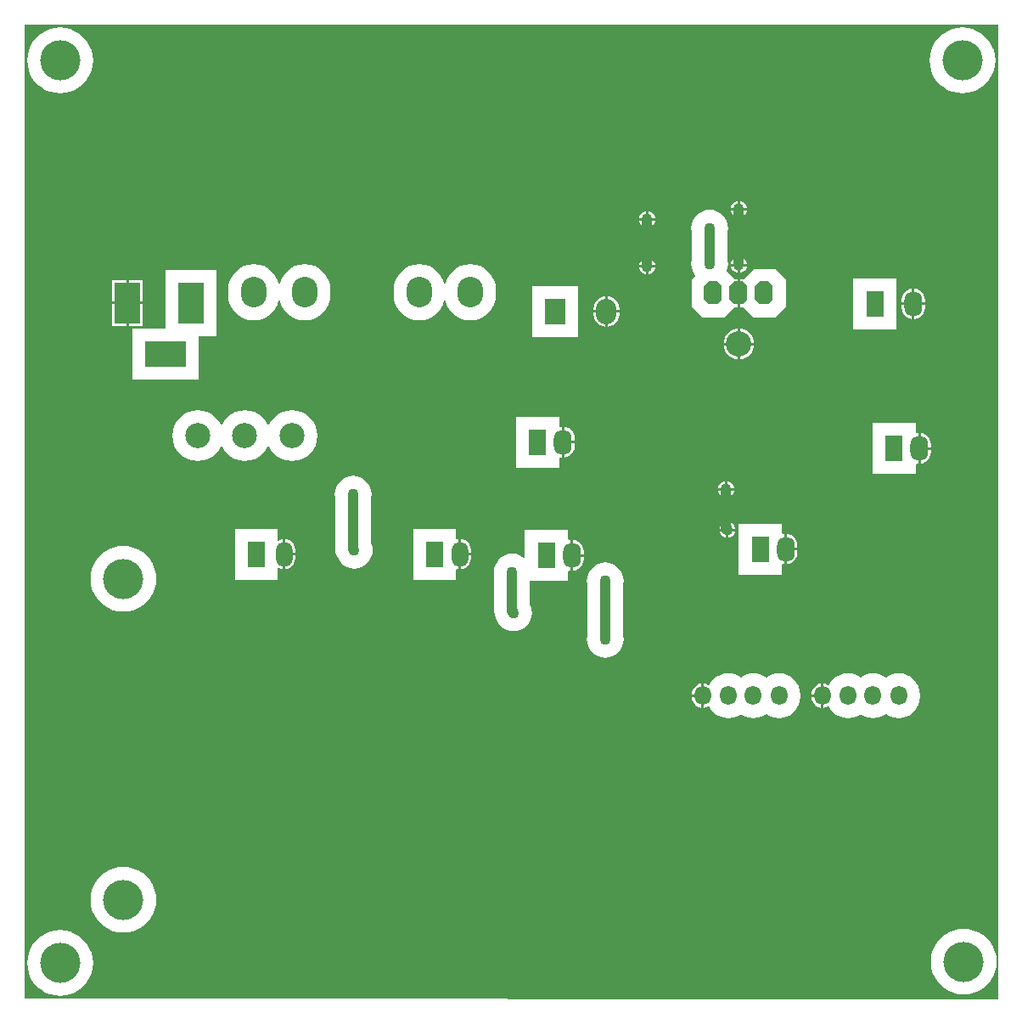
<source format=gbl>
G04*
G04 #@! TF.GenerationSoftware,Altium Limited,Altium Designer,18.0.7 (293)*
G04*
G04 Layer_Physical_Order=2*
G04 Layer_Color=255*
%FSLAX44Y44*%
%MOMM*%
G71*
G01*
G75*
%ADD41C,1.0000*%
%ADD42C,4.0000*%
%ADD43C,2.5000*%
%ADD44R,1.7780X2.5400*%
%ADD45O,1.7780X2.5400*%
%ADD46R,1.6510X2.5400*%
%ADD47O,1.6510X2.5400*%
G04:AMPARAMS|DCode=48|XSize=1.778mm|YSize=2.286mm|CornerRadius=0mm|HoleSize=0mm|Usage=FLASHONLY|Rotation=180.000|XOffset=0mm|YOffset=0mm|HoleType=Round|Shape=Octagon|*
%AMOCTAGOND48*
4,1,8,0.4445,-1.1430,-0.4445,-1.1430,-0.8890,-0.6985,-0.8890,0.6985,-0.4445,1.1430,0.4445,1.1430,0.8890,0.6985,0.8890,-0.6985,0.4445,-1.1430,0.0*
%
%ADD48OCTAGOND48*%

%ADD49C,2.5400*%
%ADD50O,1.6510X1.9050*%
%ADD51R,4.0640X2.5400*%
%ADD52R,2.5400X4.0640*%
%ADD53O,2.5400X3.0480*%
%ADD54O,2.0320X2.5400*%
%ADD55R,2.0320X2.5400*%
%ADD56C,1.1000*%
G36*
X985677Y14341D02*
X984779Y13443D01*
X14323Y14310D01*
X14323Y985677D01*
X985677D01*
Y14341D01*
D02*
G37*
%LPC*%
G36*
X950000Y982801D02*
X944869Y982397D01*
X939864Y981196D01*
X935109Y979226D01*
X930720Y976537D01*
X926806Y973194D01*
X923463Y969280D01*
X920774Y964891D01*
X918804Y960136D01*
X917603Y955131D01*
X917199Y950000D01*
X917603Y944869D01*
X918804Y939864D01*
X920774Y935109D01*
X923463Y930720D01*
X926806Y926806D01*
X930720Y923463D01*
X935109Y920774D01*
X939864Y918804D01*
X944869Y917603D01*
X950000Y917199D01*
X955131Y917603D01*
X960136Y918804D01*
X964891Y920774D01*
X969280Y923463D01*
X973194Y926806D01*
X976537Y930720D01*
X979226Y935109D01*
X981196Y939864D01*
X982397Y944869D01*
X982801Y950000D01*
X982397Y955131D01*
X981196Y960136D01*
X979226Y964891D01*
X976537Y969280D01*
X973194Y973194D01*
X969280Y976537D01*
X964891Y979226D01*
X960136Y981196D01*
X955131Y982397D01*
X950000Y982801D01*
D02*
G37*
G36*
X50000D02*
X44869Y982397D01*
X39864Y981196D01*
X35109Y979226D01*
X30720Y976537D01*
X26806Y973194D01*
X23463Y969280D01*
X20774Y964891D01*
X18804Y960136D01*
X17603Y955131D01*
X17199Y950000D01*
X17603Y944869D01*
X18804Y939864D01*
X20774Y935109D01*
X23463Y930720D01*
X26806Y926806D01*
X30720Y923463D01*
X35109Y920774D01*
X39864Y918804D01*
X44869Y917603D01*
X50000Y917199D01*
X55131Y917603D01*
X60136Y918804D01*
X64891Y920774D01*
X69280Y923463D01*
X73194Y926806D01*
X76537Y930720D01*
X79226Y935109D01*
X81196Y939864D01*
X82397Y944869D01*
X82801Y950000D01*
X82397Y955131D01*
X81196Y960136D01*
X79226Y964891D01*
X76537Y969280D01*
X73194Y973194D01*
X69280Y976537D01*
X64891Y979226D01*
X60136Y981196D01*
X55131Y982397D01*
X50000Y982801D01*
D02*
G37*
G36*
X728310Y809799D02*
Y803127D01*
X734982D01*
X734873Y803956D01*
X734063Y805911D01*
X732774Y807591D01*
X731095Y808880D01*
X729139Y809690D01*
X728310Y809799D01*
D02*
G37*
G36*
X725770D02*
X724941Y809690D01*
X722985Y808880D01*
X721306Y807591D01*
X720017Y805911D01*
X719207Y803956D01*
X719098Y803127D01*
X725770D01*
Y809799D01*
D02*
G37*
G36*
X734982Y800587D02*
X728310D01*
Y793915D01*
X729139Y794024D01*
X731095Y794834D01*
X732774Y796123D01*
X734063Y797802D01*
X734873Y799758D01*
X734982Y800587D01*
D02*
G37*
G36*
X725770D02*
X719098D01*
X719207Y799758D01*
X720017Y797802D01*
X721306Y796123D01*
X722985Y794834D01*
X724941Y794024D01*
X725770Y793915D01*
Y800587D01*
D02*
G37*
G36*
X636870Y799639D02*
Y792967D01*
X643542D01*
X643433Y793796D01*
X642623Y795751D01*
X641334Y797431D01*
X639655Y798720D01*
X637699Y799530D01*
X636870Y799639D01*
D02*
G37*
G36*
X634330D02*
X633501Y799530D01*
X631545Y798720D01*
X629866Y797431D01*
X628577Y795751D01*
X627767Y793796D01*
X627658Y792967D01*
X634330D01*
Y799639D01*
D02*
G37*
G36*
X643542Y790427D02*
X636870D01*
Y783755D01*
X637699Y783864D01*
X639655Y784674D01*
X641334Y785963D01*
X642623Y787642D01*
X643433Y789598D01*
X643542Y790427D01*
D02*
G37*
G36*
X634330D02*
X627658D01*
X627767Y789598D01*
X628577Y787642D01*
X629866Y785963D01*
X631545Y784674D01*
X633501Y783864D01*
X634330Y783755D01*
Y790427D01*
D02*
G37*
G36*
X728310Y753919D02*
Y747247D01*
X734982D01*
X734873Y748076D01*
X734063Y750032D01*
X732774Y751711D01*
X731095Y753000D01*
X729139Y753810D01*
X728310Y753919D01*
D02*
G37*
G36*
X725770D02*
X724941Y753810D01*
X722985Y753000D01*
X721306Y751711D01*
X720017Y750032D01*
X719207Y748076D01*
X719098Y747247D01*
X725770D01*
Y753919D01*
D02*
G37*
G36*
X636870Y752649D02*
Y745977D01*
X643542D01*
X643433Y746806D01*
X642623Y748762D01*
X641334Y750441D01*
X639655Y751730D01*
X637699Y752540D01*
X636870Y752649D01*
D02*
G37*
G36*
X634330D02*
X633501Y752540D01*
X631545Y751730D01*
X629866Y750441D01*
X628577Y748762D01*
X627767Y746806D01*
X627658Y745977D01*
X634330D01*
Y752649D01*
D02*
G37*
G36*
X734982Y744707D02*
X728310D01*
Y738035D01*
X729139Y738144D01*
X731095Y738954D01*
X732774Y740243D01*
X734063Y741922D01*
X734873Y743878D01*
X734982Y744707D01*
D02*
G37*
G36*
X725770D02*
X719098D01*
X719207Y743878D01*
X720017Y741922D01*
X721306Y740243D01*
X722985Y738954D01*
X724941Y738144D01*
X725770Y738035D01*
Y744707D01*
D02*
G37*
G36*
X643542Y743437D02*
X636870D01*
Y736765D01*
X637699Y736874D01*
X639655Y737684D01*
X641334Y738973D01*
X642623Y740652D01*
X643433Y742608D01*
X643542Y743437D01*
D02*
G37*
G36*
X634330D02*
X627658D01*
X627767Y742608D01*
X628577Y740652D01*
X629866Y738973D01*
X631545Y737684D01*
X633501Y736874D01*
X634330Y736765D01*
Y743437D01*
D02*
G37*
G36*
X459070Y746735D02*
X454091Y746244D01*
X449303Y744792D01*
X444890Y742433D01*
X441022Y739259D01*
X437848Y735392D01*
X435490Y730979D01*
X434333Y727167D01*
X433006D01*
X431850Y730979D01*
X429491Y735392D01*
X426317Y739259D01*
X422450Y742433D01*
X418037Y744792D01*
X413249Y746244D01*
X408270Y746735D01*
X403291Y746244D01*
X398503Y744792D01*
X394090Y742433D01*
X390223Y739259D01*
X387048Y735392D01*
X384690Y730979D01*
X383237Y726191D01*
X382747Y721212D01*
Y716132D01*
X383237Y711152D01*
X384690Y706365D01*
X387048Y701952D01*
X390223Y698084D01*
X394090Y694910D01*
X398503Y692552D01*
X403291Y691099D01*
X408270Y690609D01*
X413249Y691099D01*
X418037Y692552D01*
X422450Y694910D01*
X426317Y698084D01*
X429491Y701952D01*
X431850Y706365D01*
X433006Y710176D01*
X434333D01*
X435490Y706365D01*
X437848Y701952D01*
X441022Y698084D01*
X444890Y694910D01*
X449303Y692552D01*
X454091Y691099D01*
X459070Y690609D01*
X464049Y691099D01*
X468837Y692552D01*
X473250Y694910D01*
X477117Y698084D01*
X480291Y701952D01*
X482650Y706365D01*
X484102Y711152D01*
X484593Y716132D01*
Y721212D01*
X484102Y726191D01*
X482650Y730979D01*
X480291Y735392D01*
X477117Y739259D01*
X473250Y742433D01*
X468837Y744792D01*
X464049Y746244D01*
X459070Y746735D01*
D02*
G37*
G36*
X293970D02*
X288991Y746244D01*
X284203Y744792D01*
X279790Y742433D01*
X275923Y739259D01*
X272748Y735392D01*
X270390Y730979D01*
X269233Y727167D01*
X267906D01*
X266750Y730979D01*
X264391Y735392D01*
X261217Y739259D01*
X257350Y742433D01*
X252937Y744792D01*
X248149Y746244D01*
X243170Y746735D01*
X238191Y746244D01*
X233403Y744792D01*
X228990Y742433D01*
X225123Y739259D01*
X221948Y735392D01*
X219590Y730979D01*
X218137Y726191D01*
X217647Y721212D01*
Y716132D01*
X218137Y711152D01*
X219590Y706365D01*
X221948Y701952D01*
X225123Y698084D01*
X228990Y694910D01*
X233403Y692552D01*
X238191Y691099D01*
X243170Y690609D01*
X248149Y691099D01*
X252937Y692552D01*
X257350Y694910D01*
X261217Y698084D01*
X264391Y701952D01*
X266750Y706365D01*
X267906Y710176D01*
X269233D01*
X270390Y706365D01*
X272748Y701952D01*
X275923Y698084D01*
X279790Y694910D01*
X284203Y692552D01*
X288991Y691099D01*
X293970Y690609D01*
X298949Y691099D01*
X303737Y692552D01*
X308150Y694910D01*
X312017Y698084D01*
X315191Y701952D01*
X317550Y706365D01*
X319002Y711152D01*
X319493Y716132D01*
Y721212D01*
X319002Y726191D01*
X317550Y730979D01*
X315191Y735392D01*
X312017Y739259D01*
X308150Y742433D01*
X303737Y744792D01*
X298949Y746244D01*
X293970Y746735D01*
D02*
G37*
G36*
X132680Y731216D02*
X118710D01*
Y709625D01*
X132680D01*
Y731216D01*
D02*
G37*
G36*
X116170D02*
X102200D01*
Y709625D01*
X116170D01*
Y731216D01*
D02*
G37*
G36*
X902300Y722413D02*
Y708512D01*
X912559D01*
Y711052D01*
X912166Y714036D01*
X911014Y716816D01*
X909182Y719204D01*
X906794Y721036D01*
X904014Y722188D01*
X902300Y722413D01*
D02*
G37*
G36*
X899760D02*
X898046Y722188D01*
X895266Y721036D01*
X892878Y719204D01*
X891046Y716816D01*
X889894Y714036D01*
X889501Y711052D01*
Y708512D01*
X899760D01*
Y722413D01*
D02*
G37*
G36*
X596230Y714804D02*
Y700892D01*
X607769D01*
Y702162D01*
X607333Y705477D01*
X606053Y708567D01*
X604018Y711219D01*
X601365Y713255D01*
X598275Y714535D01*
X596230Y714804D01*
D02*
G37*
G36*
X593690D02*
X591645Y714535D01*
X588555Y713255D01*
X585902Y711219D01*
X583866Y708567D01*
X582587Y705477D01*
X582150Y702162D01*
Y700892D01*
X593690D01*
Y714804D01*
D02*
G37*
G36*
X763235Y742167D02*
X741645D01*
X731485Y732007D01*
X728310D01*
Y718037D01*
Y704067D01*
X731485D01*
X741645Y693907D01*
X763235D01*
X774030Y704702D01*
Y731372D01*
X763235Y742167D01*
D02*
G37*
G36*
X697830Y801095D02*
X694262Y800743D01*
X690831Y799703D01*
X687670Y798013D01*
X684898Y795738D01*
X682624Y792967D01*
X680934Y789805D01*
X679893Y786375D01*
X679542Y782807D01*
X679893Y779239D01*
X680044Y778741D01*
Y751312D01*
X679893Y750815D01*
X679542Y747247D01*
X679893Y743679D01*
X680934Y740248D01*
X682624Y737086D01*
X684040Y735361D01*
X680050Y731372D01*
Y704702D01*
X690845Y693907D01*
X712435D01*
X722595Y704067D01*
X725770D01*
Y718037D01*
Y732007D01*
X722595D01*
X714596Y740006D01*
X714726Y740248D01*
X715767Y743679D01*
X716118Y747247D01*
X715767Y750815D01*
X715615Y751312D01*
Y778741D01*
X715767Y779239D01*
X716118Y782807D01*
X715767Y786375D01*
X714726Y789805D01*
X713036Y792967D01*
X710761Y795738D01*
X707990Y798013D01*
X704828Y799703D01*
X701398Y800743D01*
X697830Y801095D01*
D02*
G37*
G36*
X912559Y705972D02*
X902300D01*
Y692070D01*
X904014Y692296D01*
X906794Y693448D01*
X909182Y695280D01*
X911014Y697667D01*
X912166Y700448D01*
X912559Y703432D01*
Y705972D01*
D02*
G37*
G36*
X899760D02*
X889501D01*
Y703432D01*
X889894Y700448D01*
X891046Y697667D01*
X892878Y695280D01*
X895266Y693448D01*
X898046Y692296D01*
X899760Y692070D01*
Y705972D01*
D02*
G37*
G36*
X132680Y707085D02*
X118710D01*
Y685496D01*
X132680D01*
Y707085D01*
D02*
G37*
G36*
X116170D02*
X102200D01*
Y685496D01*
X116170D01*
Y707085D01*
D02*
G37*
G36*
X607769Y698352D02*
X596230D01*
Y684439D01*
X598275Y684709D01*
X601365Y685988D01*
X604018Y688024D01*
X606053Y690677D01*
X607333Y693766D01*
X607769Y697082D01*
Y698352D01*
D02*
G37*
G36*
X593690D02*
X582150D01*
Y697082D01*
X582587Y693766D01*
X583866Y690677D01*
X585902Y688024D01*
X588555Y685988D01*
X591645Y684709D01*
X593690Y684439D01*
Y698352D01*
D02*
G37*
G36*
X884520Y732642D02*
X841340D01*
Y681842D01*
X884520D01*
Y732642D01*
D02*
G37*
G36*
X567020Y725022D02*
X521300D01*
Y674222D01*
X567020D01*
Y725022D01*
D02*
G37*
G36*
X728310Y682425D02*
Y668507D01*
X742228D01*
X742059Y670224D01*
X741188Y673097D01*
X739773Y675745D01*
X737868Y678065D01*
X735548Y679970D01*
X732900Y681385D01*
X730027Y682256D01*
X728310Y682425D01*
D02*
G37*
G36*
X725770D02*
X724052Y682256D01*
X721180Y681385D01*
X718532Y679970D01*
X716211Y678065D01*
X714307Y675745D01*
X712892Y673097D01*
X712020Y670224D01*
X711851Y668507D01*
X725770D01*
Y682425D01*
D02*
G37*
G36*
X742228Y665967D02*
X728310D01*
Y652048D01*
X730027Y652217D01*
X732900Y653089D01*
X735548Y654504D01*
X737868Y656408D01*
X739773Y658729D01*
X741188Y661376D01*
X742059Y664249D01*
X742228Y665967D01*
D02*
G37*
G36*
X725770D02*
X711851D01*
X712020Y664249D01*
X712892Y661376D01*
X714307Y658729D01*
X716211Y656408D01*
X718532Y654504D01*
X721180Y653089D01*
X724052Y652217D01*
X725770Y652048D01*
Y665967D01*
D02*
G37*
G36*
X206340Y741376D02*
X155540D01*
Y682955D01*
X122520D01*
Y632155D01*
X188560D01*
Y675335D01*
X206340D01*
Y741376D01*
D02*
G37*
G36*
X281280Y601119D02*
X276340Y600632D01*
X271590Y599191D01*
X267212Y596851D01*
X263375Y593702D01*
X260225Y589865D01*
X258500Y586637D01*
X257060D01*
X255334Y589865D01*
X252185Y593702D01*
X248348Y596851D01*
X243970Y599191D01*
X239220Y600632D01*
X234280Y601119D01*
X229340Y600632D01*
X224590Y599191D01*
X220212Y596851D01*
X216374Y593702D01*
X213225Y589865D01*
X211500Y586637D01*
X210060D01*
X208334Y589865D01*
X205185Y593702D01*
X201348Y596851D01*
X196970Y599191D01*
X192220Y600632D01*
X187280Y601119D01*
X182340Y600632D01*
X177590Y599191D01*
X173212Y596851D01*
X169375Y593702D01*
X166225Y589865D01*
X163885Y585487D01*
X162444Y580737D01*
X161958Y575797D01*
X162444Y570857D01*
X163885Y566106D01*
X166225Y561729D01*
X169375Y557892D01*
X173212Y554742D01*
X177590Y552402D01*
X182340Y550961D01*
X187280Y550475D01*
X192220Y550961D01*
X196970Y552402D01*
X201348Y554742D01*
X205185Y557892D01*
X208334Y561729D01*
X210060Y564957D01*
X211500D01*
X213225Y561729D01*
X216374Y557892D01*
X220212Y554742D01*
X224590Y552402D01*
X229340Y550961D01*
X234280Y550475D01*
X239220Y550961D01*
X243970Y552402D01*
X248348Y554742D01*
X252185Y557892D01*
X255334Y561729D01*
X257060Y564957D01*
X258500D01*
X260225Y561729D01*
X263375Y557892D01*
X267212Y554742D01*
X271590Y552402D01*
X276340Y550961D01*
X281280Y550475D01*
X286220Y550961D01*
X290970Y552402D01*
X295348Y554742D01*
X299185Y557892D01*
X302334Y561729D01*
X304674Y566106D01*
X306115Y570857D01*
X306602Y575797D01*
X306115Y580737D01*
X304674Y585487D01*
X302334Y589865D01*
X299185Y593702D01*
X295348Y596851D01*
X290970Y599191D01*
X286220Y600632D01*
X281280Y601119D01*
D02*
G37*
G36*
X553050Y584618D02*
Y570717D01*
X563308D01*
Y573257D01*
X562916Y576241D01*
X561764Y579021D01*
X559932Y581409D01*
X557544Y583241D01*
X554764Y584393D01*
X553050Y584618D01*
D02*
G37*
G36*
X908248Y578268D02*
Y564367D01*
X918506D01*
Y566907D01*
X918114Y569891D01*
X916962Y572671D01*
X915130Y575059D01*
X912742Y576891D01*
X909962Y578043D01*
X908248Y578268D01*
D02*
G37*
G36*
X563308Y568177D02*
X553050D01*
Y554275D01*
X554764Y554501D01*
X557544Y555653D01*
X559932Y557485D01*
X561764Y559873D01*
X562916Y562653D01*
X563308Y565637D01*
Y568177D01*
D02*
G37*
G36*
X547970Y594847D02*
X504790D01*
Y544047D01*
X547970D01*
Y553623D01*
X549240Y554443D01*
X550510Y554275D01*
Y569447D01*
Y584618D01*
X549240Y584451D01*
X547970Y585271D01*
Y594847D01*
D02*
G37*
G36*
X918506Y561827D02*
X908248D01*
Y547925D01*
X909962Y548151D01*
X912742Y549303D01*
X915130Y551135D01*
X916962Y553522D01*
X918114Y556303D01*
X918506Y559287D01*
Y561827D01*
D02*
G37*
G36*
X903168Y588497D02*
X859988D01*
Y537697D01*
X903168D01*
Y547273D01*
X904438Y548093D01*
X905708Y547925D01*
Y563097D01*
Y578268D01*
X904438Y578101D01*
X903168Y578921D01*
Y588497D01*
D02*
G37*
G36*
X715610Y530399D02*
Y523727D01*
X722282D01*
X722173Y524556D01*
X721363Y526511D01*
X720074Y528191D01*
X718394Y529480D01*
X716439Y530290D01*
X715610Y530399D01*
D02*
G37*
G36*
X713070D02*
X712241Y530290D01*
X710285Y529480D01*
X708606Y528191D01*
X707317Y526511D01*
X706507Y524556D01*
X706398Y523727D01*
X713070D01*
Y530399D01*
D02*
G37*
G36*
X722282Y521187D02*
X715610D01*
Y514515D01*
X716439Y514624D01*
X718394Y515434D01*
X720074Y516723D01*
X721363Y518402D01*
X722173Y520358D01*
X722282Y521187D01*
D02*
G37*
G36*
X713070D02*
X706398D01*
X706507Y520358D01*
X707317Y518402D01*
X708606Y516723D01*
X710285Y515434D01*
X712241Y514624D01*
X713070Y514515D01*
Y521187D01*
D02*
G37*
G36*
X716880Y489759D02*
Y483087D01*
X723552D01*
X723443Y483916D01*
X722633Y485872D01*
X721344Y487551D01*
X719665Y488840D01*
X717709Y489650D01*
X716880Y489759D01*
D02*
G37*
G36*
X714340D02*
X713511Y489650D01*
X711555Y488840D01*
X709876Y487551D01*
X708587Y485872D01*
X707777Y483916D01*
X707668Y483087D01*
X714340D01*
Y489759D01*
D02*
G37*
G36*
X723552Y480547D02*
X716880D01*
Y473875D01*
X717709Y473984D01*
X719665Y474794D01*
X721344Y476083D01*
X722633Y477762D01*
X723443Y479718D01*
X723552Y480547D01*
D02*
G37*
G36*
X714340D02*
X707668D01*
X707777Y479718D01*
X708587Y477762D01*
X709876Y476083D01*
X711555Y474794D01*
X713511Y473984D01*
X714340Y473875D01*
Y480547D01*
D02*
G37*
G36*
X774898Y477989D02*
Y464088D01*
X785156D01*
Y466628D01*
X784764Y469612D01*
X783612Y472392D01*
X781780Y474780D01*
X779392Y476612D01*
X776612Y477764D01*
X774898Y477989D01*
D02*
G37*
G36*
X450180Y472904D02*
Y459008D01*
X459798D01*
Y462183D01*
X459427Y465001D01*
X458339Y467627D01*
X456609Y469882D01*
X454354Y471612D01*
X451728Y472700D01*
X450180Y472904D01*
D02*
G37*
G36*
X274920D02*
Y459008D01*
X284538D01*
Y462183D01*
X284167Y465001D01*
X283079Y467627D01*
X281349Y469882D01*
X279094Y471612D01*
X276468Y472700D01*
X274920Y472904D01*
D02*
G37*
G36*
X561940Y471639D02*
Y457738D01*
X572198D01*
Y460278D01*
X571806Y463262D01*
X570654Y466042D01*
X568822Y468430D01*
X566434Y470262D01*
X563654Y471414D01*
X561940Y471639D01*
D02*
G37*
G36*
X556860Y481868D02*
X513680D01*
Y454514D01*
X512532Y453971D01*
X511140Y455113D01*
X507978Y456803D01*
X504548Y457843D01*
X500980Y458195D01*
X497412Y457843D01*
X493981Y456803D01*
X490820Y455113D01*
X488048Y452838D01*
X485774Y450067D01*
X484084Y446905D01*
X483043Y443475D01*
X482692Y439907D01*
X483043Y436339D01*
X483194Y435841D01*
Y400537D01*
X483536Y397067D01*
X484548Y393731D01*
X486192Y390656D01*
X486261Y390571D01*
X487044Y389106D01*
X489318Y386335D01*
X492090Y384061D01*
X495251Y382371D01*
X498682Y381330D01*
X502250Y380979D01*
X505818Y381330D01*
X509248Y382371D01*
X512410Y384061D01*
X515182Y386335D01*
X517456Y389106D01*
X519146Y392268D01*
X520187Y395699D01*
X520538Y399267D01*
X520187Y402835D01*
X519146Y406265D01*
X518765Y406977D01*
Y431068D01*
X556860D01*
Y440644D01*
X558130Y441464D01*
X559400Y441296D01*
Y456468D01*
Y471639D01*
X558130Y471472D01*
X556860Y472291D01*
Y481868D01*
D02*
G37*
G36*
X785156Y461548D02*
X774898D01*
Y447646D01*
X776612Y447872D01*
X779392Y449024D01*
X781780Y450856D01*
X783612Y453243D01*
X784764Y456024D01*
X785156Y459008D01*
Y461548D01*
D02*
G37*
G36*
X769818Y488218D02*
X726638D01*
Y437418D01*
X769818D01*
Y446994D01*
X771088Y447814D01*
X772358Y447646D01*
Y462818D01*
Y477989D01*
X771088Y477822D01*
X769818Y478642D01*
Y488218D01*
D02*
G37*
G36*
X342230Y535665D02*
X338662Y535313D01*
X335231Y534273D01*
X332070Y532583D01*
X329298Y530308D01*
X327024Y527537D01*
X325334Y524375D01*
X324293Y520945D01*
X323942Y517377D01*
X324293Y513809D01*
X324444Y513311D01*
Y462767D01*
X324786Y459297D01*
X325798Y455961D01*
X327442Y452886D01*
X327511Y452801D01*
X328294Y451337D01*
X330568Y448565D01*
X333340Y446291D01*
X336501Y444601D01*
X339932Y443560D01*
X343500Y443209D01*
X347068Y443560D01*
X350498Y444601D01*
X353660Y446291D01*
X356432Y448565D01*
X358706Y451337D01*
X360396Y454498D01*
X361437Y457929D01*
X361788Y461497D01*
X361437Y465065D01*
X360396Y468495D01*
X360015Y469207D01*
Y513311D01*
X360167Y513809D01*
X360518Y517377D01*
X360167Y520945D01*
X359126Y524375D01*
X357436Y527537D01*
X355162Y530308D01*
X352390Y532583D01*
X349228Y534273D01*
X345798Y535313D01*
X342230Y535665D01*
D02*
G37*
G36*
X459798Y456468D02*
X450180D01*
Y442572D01*
X451728Y442776D01*
X454354Y443863D01*
X456609Y445594D01*
X458339Y447849D01*
X459427Y450475D01*
X459798Y453293D01*
Y456468D01*
D02*
G37*
G36*
X444465Y483138D02*
X402555D01*
Y432338D01*
X444465D01*
Y442307D01*
X445521Y443012D01*
X446092Y442776D01*
X447640Y442572D01*
Y457738D01*
Y472904D01*
X446092Y472700D01*
X445521Y472463D01*
X444465Y473169D01*
Y483138D01*
D02*
G37*
G36*
X284538Y456468D02*
X274920D01*
Y442572D01*
X276468Y442776D01*
X279094Y443863D01*
X281349Y445594D01*
X283079Y447849D01*
X284167Y450475D01*
X284538Y453293D01*
Y456468D01*
D02*
G37*
G36*
X266665Y483138D02*
X224755D01*
Y432338D01*
X266665D01*
Y443610D01*
X267804Y444172D01*
X268206Y443863D01*
X270832Y442776D01*
X272380Y442572D01*
Y457738D01*
Y472904D01*
X270832Y472700D01*
X268206Y471612D01*
X267804Y471304D01*
X266665Y471866D01*
Y483138D01*
D02*
G37*
G36*
X572198Y455198D02*
X561940D01*
Y441296D01*
X563654Y441522D01*
X566434Y442674D01*
X568822Y444506D01*
X570654Y446894D01*
X571806Y449674D01*
X572198Y452658D01*
Y455198D01*
D02*
G37*
G36*
X113030Y465871D02*
X107899Y465467D01*
X102894Y464266D01*
X98139Y462296D01*
X93750Y459607D01*
X89836Y456264D01*
X86493Y452350D01*
X83804Y447961D01*
X81834Y443206D01*
X80633Y438201D01*
X80229Y433070D01*
X80633Y427939D01*
X81834Y422934D01*
X83804Y418179D01*
X86493Y413790D01*
X89836Y409876D01*
X93750Y406533D01*
X98139Y403844D01*
X102894Y401874D01*
X107899Y400673D01*
X113030Y400269D01*
X118161Y400673D01*
X123166Y401874D01*
X127921Y403844D01*
X132310Y406533D01*
X136224Y409876D01*
X139567Y413790D01*
X142256Y418179D01*
X144226Y422934D01*
X145427Y427939D01*
X145831Y433070D01*
X145427Y438201D01*
X144226Y443206D01*
X142256Y447961D01*
X139567Y452350D01*
X136224Y456264D01*
X132310Y459607D01*
X127921Y462296D01*
X123166Y464266D01*
X118161Y465467D01*
X113030Y465871D01*
D02*
G37*
G36*
X593690Y449305D02*
X590122Y448953D01*
X586691Y447913D01*
X583530Y446223D01*
X580758Y443948D01*
X578484Y441177D01*
X576794Y438015D01*
X575753Y434585D01*
X575402Y431017D01*
X575753Y427449D01*
X575904Y426951D01*
Y376662D01*
X575753Y376165D01*
X575402Y372597D01*
X575753Y369029D01*
X576794Y365598D01*
X578484Y362436D01*
X580758Y359665D01*
X583530Y357391D01*
X586691Y355701D01*
X590122Y354660D01*
X593690Y354309D01*
X597258Y354660D01*
X600688Y355701D01*
X603850Y357391D01*
X606622Y359665D01*
X608896Y362436D01*
X610586Y365598D01*
X611627Y369029D01*
X611978Y372597D01*
X611627Y376165D01*
X611475Y376662D01*
Y426951D01*
X611627Y427449D01*
X611978Y431017D01*
X611627Y434585D01*
X610586Y438015D01*
X608896Y441177D01*
X606622Y443948D01*
X603850Y446223D01*
X600688Y447913D01*
X597258Y448953D01*
X593690Y449305D01*
D02*
G37*
G36*
X886440Y338823D02*
X882332Y338419D01*
X878382Y337220D01*
X874742Y335275D01*
X873613Y334348D01*
X872484Y335275D01*
X868844Y337220D01*
X864894Y338419D01*
X860786Y338823D01*
X856678Y338419D01*
X852728Y337220D01*
X849088Y335275D01*
X848340Y334661D01*
X847592Y335275D01*
X843952Y337220D01*
X840002Y338419D01*
X835894Y338823D01*
X831786Y338419D01*
X827836Y337220D01*
X824196Y335275D01*
X821005Y332656D01*
X818386Y329465D01*
X817203Y327251D01*
X815962Y326983D01*
X815684Y327196D01*
X813058Y328284D01*
X811510Y328488D01*
Y316497D01*
Y304506D01*
X813058Y304710D01*
X815684Y305797D01*
X815962Y306010D01*
X817203Y305742D01*
X818386Y303528D01*
X821005Y300338D01*
X824196Y297719D01*
X827836Y295773D01*
X831786Y294575D01*
X835894Y294170D01*
X840002Y294575D01*
X843952Y295773D01*
X847592Y297719D01*
X848340Y298333D01*
X849088Y297719D01*
X852728Y295773D01*
X856678Y294575D01*
X860786Y294170D01*
X864894Y294575D01*
X868844Y295773D01*
X872484Y297719D01*
X873613Y298645D01*
X874742Y297719D01*
X878382Y295773D01*
X882332Y294575D01*
X886440Y294170D01*
X890548Y294575D01*
X894498Y295773D01*
X898138Y297719D01*
X901329Y300338D01*
X903948Y303528D01*
X905893Y307169D01*
X907092Y311119D01*
X907496Y315227D01*
Y317767D01*
X907092Y321875D01*
X905893Y325825D01*
X903948Y329465D01*
X901329Y332656D01*
X898138Y335275D01*
X894498Y337220D01*
X890548Y338419D01*
X886440Y338823D01*
D02*
G37*
G36*
X767060D02*
X762952Y338419D01*
X759002Y337220D01*
X755362Y335275D01*
X754233Y334348D01*
X753104Y335275D01*
X749464Y337220D01*
X745514Y338419D01*
X741406Y338823D01*
X737298Y338419D01*
X733348Y337220D01*
X729708Y335275D01*
X728960Y334661D01*
X728212Y335275D01*
X724572Y337220D01*
X720622Y338419D01*
X716514Y338823D01*
X712406Y338419D01*
X708456Y337220D01*
X704816Y335275D01*
X701625Y332656D01*
X699006Y329465D01*
X697823Y327251D01*
X696581Y326983D01*
X696304Y327196D01*
X693678Y328284D01*
X692130Y328488D01*
Y316497D01*
Y304506D01*
X693678Y304710D01*
X696304Y305797D01*
X696581Y306010D01*
X697823Y305742D01*
X699006Y303528D01*
X701625Y300338D01*
X704816Y297719D01*
X708456Y295773D01*
X712406Y294575D01*
X716514Y294170D01*
X720622Y294575D01*
X724572Y295773D01*
X728212Y297719D01*
X728960Y298333D01*
X729708Y297719D01*
X733348Y295773D01*
X737298Y294575D01*
X741406Y294170D01*
X745514Y294575D01*
X749464Y295773D01*
X753104Y297719D01*
X754233Y298645D01*
X755362Y297719D01*
X759002Y295773D01*
X762952Y294575D01*
X767060Y294170D01*
X771168Y294575D01*
X775118Y295773D01*
X778758Y297719D01*
X781949Y300338D01*
X784568Y303528D01*
X786514Y307169D01*
X787712Y311119D01*
X788116Y315227D01*
Y317767D01*
X787712Y321875D01*
X786514Y325825D01*
X784568Y329465D01*
X781949Y332656D01*
X778758Y335275D01*
X775118Y337220D01*
X771168Y338419D01*
X767060Y338823D01*
D02*
G37*
G36*
X808970Y328488D02*
X807422Y328284D01*
X804796Y327196D01*
X802541Y325466D01*
X800810Y323211D01*
X799723Y320585D01*
X799352Y317767D01*
X808970D01*
Y328488D01*
D02*
G37*
G36*
X689590D02*
X688042Y328284D01*
X685416Y327196D01*
X683161Y325466D01*
X681431Y323211D01*
X680343Y320585D01*
X679972Y317767D01*
X689590D01*
Y328488D01*
D02*
G37*
G36*
X808970Y315227D02*
X799352D01*
X799723Y312409D01*
X800810Y309783D01*
X802541Y307528D01*
X804796Y305797D01*
X807422Y304710D01*
X808970Y304506D01*
Y315227D01*
D02*
G37*
G36*
X689590D02*
X679972D01*
X680343Y312409D01*
X681431Y309783D01*
X683161Y307528D01*
X685416Y305797D01*
X688042Y304710D01*
X689590Y304506D01*
Y315227D01*
D02*
G37*
G36*
X113030Y145831D02*
X107899Y145427D01*
X102894Y144226D01*
X98139Y142256D01*
X93750Y139567D01*
X89836Y136224D01*
X86493Y132310D01*
X83804Y127921D01*
X81834Y123166D01*
X80633Y118161D01*
X80229Y113030D01*
X80633Y107899D01*
X81834Y102894D01*
X83804Y98139D01*
X86493Y93750D01*
X89836Y89836D01*
X93750Y86493D01*
X98139Y83804D01*
X102894Y81834D01*
X107899Y80633D01*
X113030Y80229D01*
X118161Y80633D01*
X123166Y81834D01*
X127921Y83804D01*
X132310Y86493D01*
X136224Y89836D01*
X139567Y93750D01*
X142256Y98139D01*
X144226Y102894D01*
X145427Y107899D01*
X145831Y113030D01*
X145427Y118161D01*
X144226Y123166D01*
X142256Y127921D01*
X139567Y132310D01*
X136224Y136224D01*
X132310Y139567D01*
X127921Y142256D01*
X123166Y144226D01*
X118161Y145427D01*
X113030Y145831D01*
D02*
G37*
G36*
X951230Y84111D02*
X946099Y83707D01*
X941094Y82506D01*
X936339Y80536D01*
X931950Y77847D01*
X928036Y74504D01*
X924693Y70590D01*
X922004Y66201D01*
X920034Y61446D01*
X918833Y56441D01*
X918429Y51310D01*
X918833Y46179D01*
X920034Y41174D01*
X922004Y36419D01*
X924693Y32030D01*
X928036Y28116D01*
X931950Y24773D01*
X936339Y22084D01*
X941094Y20114D01*
X946099Y18913D01*
X951230Y18509D01*
X956361Y18913D01*
X961366Y20114D01*
X966121Y22084D01*
X970510Y24773D01*
X974424Y28116D01*
X977767Y32030D01*
X980456Y36419D01*
X982426Y41174D01*
X983627Y46179D01*
X984031Y51310D01*
X983627Y56441D01*
X982426Y61446D01*
X980456Y66201D01*
X977767Y70590D01*
X974424Y74504D01*
X970510Y77847D01*
X966121Y80536D01*
X961366Y82506D01*
X956361Y83707D01*
X951230Y84111D01*
D02*
G37*
G36*
X50000Y82801D02*
X44869Y82397D01*
X39864Y81196D01*
X35109Y79226D01*
X30720Y76537D01*
X26806Y73194D01*
X23463Y69280D01*
X20774Y64891D01*
X18804Y60136D01*
X17603Y55131D01*
X17199Y50000D01*
X17603Y44869D01*
X18804Y39864D01*
X20774Y35109D01*
X23463Y30720D01*
X26806Y26806D01*
X30720Y23463D01*
X35109Y20774D01*
X39864Y18804D01*
X44869Y17603D01*
X50000Y17199D01*
X55131Y17603D01*
X60136Y18804D01*
X64891Y20774D01*
X69280Y23463D01*
X73194Y26806D01*
X76537Y30720D01*
X79226Y35109D01*
X81196Y39864D01*
X82397Y44869D01*
X82801Y50000D01*
X82397Y55131D01*
X81196Y60136D01*
X79226Y64891D01*
X76537Y69280D01*
X73194Y73194D01*
X69280Y76537D01*
X64891Y79226D01*
X60136Y81196D01*
X55131Y82397D01*
X50000Y82801D01*
D02*
G37*
%LPD*%
D41*
X342230Y462767D02*
Y517377D01*
X500980Y400537D02*
Y439907D01*
Y400537D02*
X502250Y399267D01*
X635600Y744707D02*
Y791697D01*
X697830Y748517D02*
Y782807D01*
X593690Y372597D02*
Y431017D01*
X714340Y483087D02*
Y522457D01*
X727040Y745977D02*
Y801857D01*
D42*
X113030Y113030D02*
D03*
Y433070D02*
D03*
X50000Y950000D02*
D03*
X950000D02*
D03*
X50000Y50000D02*
D03*
X951230Y51310D02*
D03*
D43*
X281280Y575797D02*
D03*
X234280D02*
D03*
X187280D02*
D03*
D44*
X862930Y707242D02*
D03*
X881578Y563097D02*
D03*
X748228Y462818D02*
D03*
X535270Y456468D02*
D03*
X526380Y569447D02*
D03*
D45*
X901030Y707242D02*
D03*
X906978Y563097D02*
D03*
X773628Y462818D02*
D03*
X560670Y456468D02*
D03*
X551780Y569447D02*
D03*
D46*
X245710Y457738D02*
D03*
X423510D02*
D03*
D47*
X273650D02*
D03*
X448910D02*
D03*
D48*
X701640Y718037D02*
D03*
X727040D02*
D03*
X752440D02*
D03*
D49*
X727040Y667237D02*
D03*
D50*
X886440Y316497D02*
D03*
X860786D02*
D03*
X835894D02*
D03*
X810240D02*
D03*
X767060D02*
D03*
X741406D02*
D03*
X716514D02*
D03*
X690860D02*
D03*
D51*
X155540Y657555D02*
D03*
D52*
X117440Y708355D02*
D03*
X180940D02*
D03*
D53*
X408270Y718672D02*
D03*
X293970D02*
D03*
X243170D02*
D03*
X459070D02*
D03*
D54*
X594960Y699622D02*
D03*
D55*
X544160D02*
D03*
D56*
X342230Y517377D02*
D03*
X343500Y461497D02*
D03*
X593690Y372597D02*
D03*
Y431017D02*
D03*
X502250Y399267D02*
D03*
X500980Y439907D02*
D03*
X715610Y481817D02*
D03*
X714340Y522457D02*
D03*
X635600Y744707D02*
D03*
Y791697D02*
D03*
X697830Y782807D02*
D03*
X727040Y801857D02*
D03*
Y745977D02*
D03*
X697830Y747247D02*
D03*
M02*

</source>
